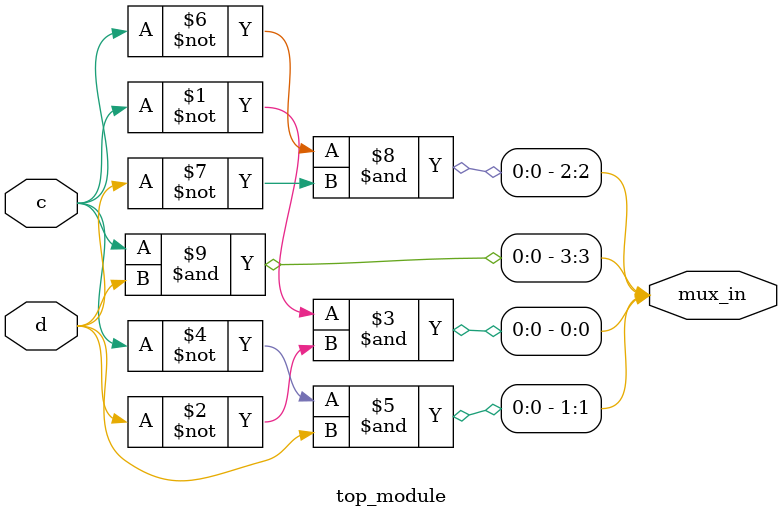
<source format=sv>
module top_module (
	input c,
	input d,
	output [3:0] mux_in
);

assign mux_in[0] = ~c & ~d;
assign mux_in[1] = ~c & d;
assign mux_in[2] = ~c & ~d;
assign mux_in[3] = c & d;

endmodule

</source>
